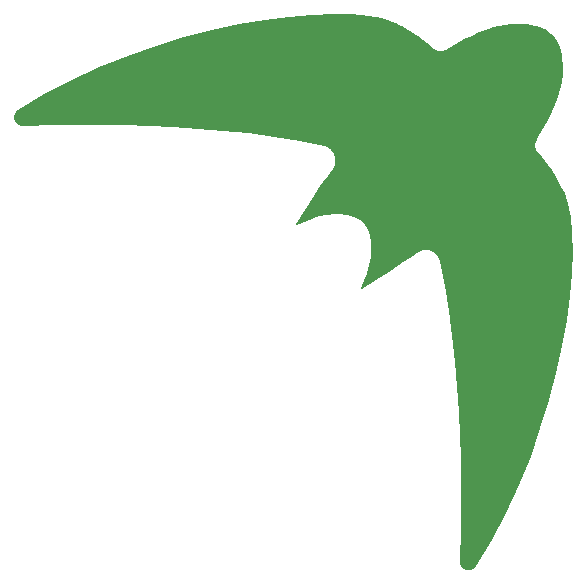
<source format=gts>
G04 #@! TF.GenerationSoftware,KiCad,Pcbnew,(6.0.10-0)*
G04 #@! TF.CreationDate,2023-09-19T21:44:43+02:00*
G04 #@! TF.ProjectId,SwiftLeeds,53776966-744c-4656-9564-732e6b696361,rev?*
G04 #@! TF.SameCoordinates,Original*
G04 #@! TF.FileFunction,Soldermask,Top*
G04 #@! TF.FilePolarity,Negative*
%FSLAX46Y46*%
G04 Gerber Fmt 4.6, Leading zero omitted, Abs format (unit mm)*
G04 Created by KiCad (PCBNEW (6.0.10-0)) date 2023-09-19 21:44:43*
%MOMM*%
%LPD*%
G01*
G04 APERTURE LIST*
%ADD10C,0.000000*%
G04 APERTURE END LIST*
D10*
G36*
X146620130Y-43883581D02*
G01*
X148000852Y-44004078D01*
X149145448Y-44216472D01*
X149621533Y-44356250D01*
X150029388Y-44517948D01*
X150310368Y-44653429D01*
X150581171Y-44789730D01*
X150841974Y-44926734D01*
X151092953Y-45064325D01*
X151334285Y-45202385D01*
X151566145Y-45340796D01*
X151788712Y-45479441D01*
X152002160Y-45618204D01*
X152206666Y-45756967D01*
X152402408Y-45895612D01*
X152589561Y-46034023D01*
X152768302Y-46172083D01*
X152938808Y-46309673D01*
X153101254Y-46446678D01*
X153255818Y-46582979D01*
X153402675Y-46718460D01*
X153433372Y-46747646D01*
X153465187Y-46775192D01*
X153498061Y-46801096D01*
X153531934Y-46825360D01*
X153566749Y-46847982D01*
X153602447Y-46868964D01*
X153676253Y-46906004D01*
X153752883Y-46936479D01*
X153831865Y-46960391D01*
X153912731Y-46977739D01*
X153995008Y-46988523D01*
X154078226Y-46992743D01*
X154161915Y-46990398D01*
X154245604Y-46981490D01*
X154328822Y-46966018D01*
X154411099Y-46943981D01*
X154491965Y-46915381D01*
X154570948Y-46880216D01*
X154647579Y-46838488D01*
X155370033Y-46402459D01*
X156061898Y-46022751D01*
X156723645Y-45696611D01*
X157355743Y-45421283D01*
X157958664Y-45194013D01*
X158532879Y-45012047D01*
X159078857Y-44872630D01*
X159597069Y-44773007D01*
X160087987Y-44710424D01*
X160552080Y-44682127D01*
X160989820Y-44685360D01*
X161401676Y-44717369D01*
X161788120Y-44775401D01*
X162149622Y-44856699D01*
X162486652Y-44958510D01*
X162799682Y-45078078D01*
X162845302Y-45101502D01*
X162891686Y-45126684D01*
X162938658Y-45153506D01*
X162986042Y-45181853D01*
X163033662Y-45211606D01*
X163081340Y-45242648D01*
X163128900Y-45274863D01*
X163176167Y-45308132D01*
X163222962Y-45342339D01*
X163269111Y-45377367D01*
X163314436Y-45413098D01*
X163358761Y-45449415D01*
X163401910Y-45486201D01*
X163443706Y-45523338D01*
X163483972Y-45560710D01*
X163522533Y-45598199D01*
X163566779Y-45636177D01*
X163609202Y-45675092D01*
X163649860Y-45714945D01*
X163688812Y-45755736D01*
X163726117Y-45797464D01*
X163761834Y-45840131D01*
X163796022Y-45883735D01*
X163828738Y-45928276D01*
X163860043Y-45973756D01*
X163889995Y-46020173D01*
X163918653Y-46067527D01*
X163946076Y-46115820D01*
X163972322Y-46165050D01*
X163997450Y-46215218D01*
X164021520Y-46266323D01*
X164044590Y-46318367D01*
X164171220Y-46630235D01*
X164278321Y-46966016D01*
X164363304Y-47326177D01*
X164423580Y-47711188D01*
X164456561Y-48121518D01*
X164459659Y-48557634D01*
X164430285Y-49020007D01*
X164365851Y-49509105D01*
X164263770Y-50025397D01*
X164121451Y-50569351D01*
X163936308Y-51141437D01*
X163705751Y-51742124D01*
X163427193Y-52371880D01*
X163098045Y-53031173D01*
X162715718Y-53720474D01*
X162277626Y-54440251D01*
X162235742Y-54516157D01*
X162200447Y-54593646D01*
X162171740Y-54672424D01*
X162149622Y-54752199D01*
X162134092Y-54832676D01*
X162125151Y-54913564D01*
X162122798Y-54994569D01*
X162127033Y-55075399D01*
X162137857Y-55155759D01*
X162155270Y-55235358D01*
X162179270Y-55313901D01*
X162209860Y-55391097D01*
X162247037Y-55466651D01*
X162268097Y-55503722D01*
X162290804Y-55540272D01*
X162315157Y-55576265D01*
X162341158Y-55611665D01*
X162368806Y-55646436D01*
X162398101Y-55680539D01*
X162670895Y-55980843D01*
X162946511Y-56312561D01*
X163224010Y-56677100D01*
X163502451Y-57075864D01*
X163780891Y-57510262D01*
X164058390Y-57981700D01*
X164334007Y-58491584D01*
X164470815Y-58761383D01*
X164606800Y-59041322D01*
X164916016Y-59921546D01*
X165134112Y-61060698D01*
X165258439Y-62434514D01*
X165286352Y-64018732D01*
X165215203Y-65789088D01*
X165042344Y-67721319D01*
X164765130Y-69791162D01*
X164380911Y-71974353D01*
X163887043Y-74246630D01*
X163280876Y-76583729D01*
X162559765Y-78961388D01*
X161721061Y-81355342D01*
X160762119Y-83741329D01*
X159680290Y-86095086D01*
X158472928Y-88392350D01*
X157137386Y-90608857D01*
X157137386Y-90608853D01*
X157097904Y-90659480D01*
X157054951Y-90706297D01*
X157008821Y-90749246D01*
X156959810Y-90788269D01*
X156908210Y-90823307D01*
X156854315Y-90854300D01*
X156798421Y-90881191D01*
X156740821Y-90903921D01*
X156681809Y-90922431D01*
X156621679Y-90936663D01*
X156560726Y-90946558D01*
X156499244Y-90952057D01*
X156437526Y-90953102D01*
X156375867Y-90949634D01*
X156314561Y-90941595D01*
X156253902Y-90928925D01*
X156195096Y-90904115D01*
X156139231Y-90874851D01*
X156086426Y-90841367D01*
X156036797Y-90803898D01*
X155990462Y-90762678D01*
X155947539Y-90717941D01*
X155908145Y-90669922D01*
X155872399Y-90618856D01*
X155840418Y-90564977D01*
X155812319Y-90508518D01*
X155788220Y-90449716D01*
X155768239Y-90388803D01*
X155752493Y-90326015D01*
X155741101Y-90261587D01*
X155734179Y-90195751D01*
X155731845Y-90128743D01*
X155812790Y-87651261D01*
X155844085Y-84932081D01*
X155807143Y-81501639D01*
X155655374Y-77566704D01*
X155342188Y-73334048D01*
X155110504Y-71170691D01*
X154820994Y-69010442D01*
X154467835Y-66879150D01*
X154045204Y-64802659D01*
X154024060Y-64721674D01*
X153998408Y-64643803D01*
X153968448Y-64569112D01*
X153934377Y-64497666D01*
X153896394Y-64429531D01*
X153854698Y-64364773D01*
X153809487Y-64303459D01*
X153760960Y-64245654D01*
X153709315Y-64191424D01*
X153654751Y-64140835D01*
X153597466Y-64093952D01*
X153537659Y-64050843D01*
X153475528Y-64011572D01*
X153411272Y-63976206D01*
X153345090Y-63944811D01*
X153277180Y-63917452D01*
X153207740Y-63894196D01*
X153136969Y-63875109D01*
X153065066Y-63860255D01*
X152992229Y-63849702D01*
X152918657Y-63843515D01*
X152844548Y-63841761D01*
X152770101Y-63844505D01*
X152695513Y-63851812D01*
X152620985Y-63863750D01*
X152546714Y-63880383D01*
X152472899Y-63901779D01*
X152399739Y-63928002D01*
X152327431Y-63959119D01*
X152256175Y-63995196D01*
X152186168Y-64036298D01*
X152117611Y-64082492D01*
X151530298Y-64497120D01*
X150942986Y-64901433D01*
X150355673Y-65296368D01*
X149768361Y-65682864D01*
X148593734Y-66434288D01*
X147419105Y-67163207D01*
X147415342Y-67163091D01*
X147411585Y-67162748D01*
X147407844Y-67162185D01*
X147404125Y-67161410D01*
X147400435Y-67160429D01*
X147396781Y-67159251D01*
X147393172Y-67157882D01*
X147389615Y-67156331D01*
X147386116Y-67154603D01*
X147382683Y-67152707D01*
X147379324Y-67150650D01*
X147376046Y-67148439D01*
X147372856Y-67146081D01*
X147369761Y-67143584D01*
X147366770Y-67140955D01*
X147363889Y-67138202D01*
X147361125Y-67135332D01*
X147358487Y-67132351D01*
X147355981Y-67129268D01*
X147353614Y-67126090D01*
X147351395Y-67122824D01*
X147349330Y-67119478D01*
X147347427Y-67116058D01*
X147345693Y-67112572D01*
X147344135Y-67109027D01*
X147342761Y-67105431D01*
X147341579Y-67101792D01*
X147340594Y-67098115D01*
X147339816Y-67094410D01*
X147339251Y-67090682D01*
X147338907Y-67086939D01*
X147338791Y-67083190D01*
X147535709Y-66663522D01*
X147705627Y-66259561D01*
X147849779Y-65871073D01*
X147969401Y-65497822D01*
X148065727Y-65139575D01*
X148139995Y-64796096D01*
X148193438Y-64467153D01*
X148227292Y-64152509D01*
X148242792Y-63851931D01*
X148241174Y-63565185D01*
X148223674Y-63292036D01*
X148191526Y-63032249D01*
X148145966Y-62785590D01*
X148088229Y-62551824D01*
X148019550Y-62330718D01*
X147941166Y-62122037D01*
X147925184Y-62077495D01*
X147907438Y-62033891D01*
X147888045Y-61991225D01*
X147867123Y-61949497D01*
X147844788Y-61908706D01*
X147821160Y-61868853D01*
X147796355Y-61829938D01*
X147770491Y-61791960D01*
X147743686Y-61754921D01*
X147716058Y-61718818D01*
X147687723Y-61683654D01*
X147658801Y-61649427D01*
X147629408Y-61616138D01*
X147599661Y-61583787D01*
X147569680Y-61552373D01*
X147539581Y-61521897D01*
X147394635Y-61403119D01*
X147324279Y-61346075D01*
X147289013Y-61318549D01*
X147253453Y-61291844D01*
X147217422Y-61266077D01*
X147180744Y-61241364D01*
X147143243Y-61217823D01*
X147104742Y-61195572D01*
X147065065Y-61174727D01*
X147024035Y-61155406D01*
X146981475Y-61137726D01*
X146937210Y-61121804D01*
X146734811Y-61043709D01*
X146519000Y-60975285D01*
X146289541Y-60917762D01*
X146046200Y-60872371D01*
X145788740Y-60840342D01*
X145516927Y-60822906D01*
X145230525Y-60821294D01*
X144929299Y-60836737D01*
X144613014Y-60870466D01*
X144281435Y-60923711D01*
X143934325Y-60997703D01*
X143571450Y-61093672D01*
X143192575Y-61212851D01*
X142797464Y-61356468D01*
X142385882Y-61525755D01*
X141957594Y-61721944D01*
X141953716Y-61721828D01*
X141949633Y-61721485D01*
X141945373Y-61720922D01*
X141940966Y-61720146D01*
X141936441Y-61719166D01*
X141931829Y-61717988D01*
X141927157Y-61716619D01*
X141922456Y-61715067D01*
X141917755Y-61713339D01*
X141913083Y-61711443D01*
X141908471Y-61709386D01*
X141903946Y-61707175D01*
X141899539Y-61704817D01*
X141895279Y-61702320D01*
X141891196Y-61699692D01*
X141887318Y-61696938D01*
X141883676Y-61694068D01*
X141880299Y-61691087D01*
X141877216Y-61688004D01*
X141874456Y-61684826D01*
X141872049Y-61681560D01*
X141870025Y-61678214D01*
X141868412Y-61674794D01*
X141867240Y-61671308D01*
X141866539Y-61667763D01*
X141866339Y-61664168D01*
X141866667Y-61660528D01*
X141867555Y-61656852D01*
X141869030Y-61653146D01*
X141871124Y-61649418D01*
X141873864Y-61645676D01*
X141877281Y-61641927D01*
X142608912Y-60471655D01*
X143363132Y-59301383D01*
X143751066Y-58716246D01*
X144147471Y-58131110D01*
X144553288Y-57545974D01*
X144969459Y-56960837D01*
X145015711Y-56892534D01*
X145056639Y-56822787D01*
X145092331Y-56751795D01*
X145122876Y-56679756D01*
X145148362Y-56606867D01*
X145168878Y-56533325D01*
X145184511Y-56459330D01*
X145195349Y-56385078D01*
X145201482Y-56310767D01*
X145202997Y-56236596D01*
X145199982Y-56162762D01*
X145192526Y-56089462D01*
X145180717Y-56016895D01*
X145164643Y-55945259D01*
X145144392Y-55874750D01*
X145120053Y-55805568D01*
X145091714Y-55737909D01*
X145059463Y-55671972D01*
X145023388Y-55607955D01*
X144983578Y-55546055D01*
X144940121Y-55486469D01*
X144893104Y-55429397D01*
X144842617Y-55375035D01*
X144788748Y-55323581D01*
X144731584Y-55275234D01*
X144671215Y-55230190D01*
X144607727Y-55188649D01*
X144541210Y-55150807D01*
X144471752Y-55116862D01*
X144399441Y-55087013D01*
X144324365Y-55061456D01*
X144246612Y-55040391D01*
X142162839Y-54619326D01*
X140024828Y-54267477D01*
X137858346Y-53979041D01*
X135689158Y-53748216D01*
X133543030Y-53569199D01*
X131445726Y-53436190D01*
X129423014Y-53343385D01*
X127500657Y-53284983D01*
X124060075Y-53248177D01*
X121330104Y-53279357D01*
X118826493Y-53360000D01*
X118792732Y-53362937D01*
X118759236Y-53364269D01*
X118726034Y-53364033D01*
X118693156Y-53362266D01*
X118660630Y-53359005D01*
X118628487Y-53354286D01*
X118596755Y-53348145D01*
X118565465Y-53340620D01*
X118534646Y-53331747D01*
X118504326Y-53321563D01*
X118474536Y-53310104D01*
X118445305Y-53297407D01*
X118416661Y-53283509D01*
X118388636Y-53268445D01*
X118361258Y-53252254D01*
X118334556Y-53234971D01*
X118308560Y-53216633D01*
X118283299Y-53197276D01*
X118258803Y-53176938D01*
X118235102Y-53155655D01*
X118212223Y-53133464D01*
X118190198Y-53110401D01*
X118169055Y-53086502D01*
X118148824Y-53061805D01*
X118129534Y-53036346D01*
X118111215Y-53010162D01*
X118093896Y-52983290D01*
X118077606Y-52955765D01*
X118062375Y-52927625D01*
X118048233Y-52898906D01*
X118035208Y-52869645D01*
X118023330Y-52839879D01*
X118012854Y-52809761D01*
X118003996Y-52779445D01*
X117996726Y-52748968D01*
X117991015Y-52718366D01*
X117986834Y-52687676D01*
X117984152Y-52656936D01*
X117982942Y-52626180D01*
X117983172Y-52595447D01*
X117984814Y-52564772D01*
X117987839Y-52534192D01*
X117992216Y-52503744D01*
X117997918Y-52473465D01*
X118004913Y-52443391D01*
X118013173Y-52413559D01*
X118022668Y-52384004D01*
X118033370Y-52354766D01*
X118045247Y-52325878D01*
X118058272Y-52297379D01*
X118072415Y-52269305D01*
X118087646Y-52241692D01*
X118103936Y-52214578D01*
X118121255Y-52187998D01*
X118139574Y-52161990D01*
X118158864Y-52136590D01*
X118179095Y-52111834D01*
X118200238Y-52087760D01*
X118222263Y-52064404D01*
X118245141Y-52041802D01*
X118268843Y-52019992D01*
X118293339Y-51999009D01*
X118318600Y-51978891D01*
X118344596Y-51959674D01*
X120562697Y-50629521D01*
X122863565Y-49427835D01*
X125222671Y-48351804D01*
X127615484Y-47398614D01*
X130017474Y-46565452D01*
X132404110Y-45849505D01*
X134750863Y-45247959D01*
X137033201Y-44758002D01*
X139226596Y-44376820D01*
X141306517Y-44101600D01*
X143248433Y-43929529D01*
X145027814Y-43857794D01*
X146620130Y-43883581D01*
G37*
M02*

</source>
